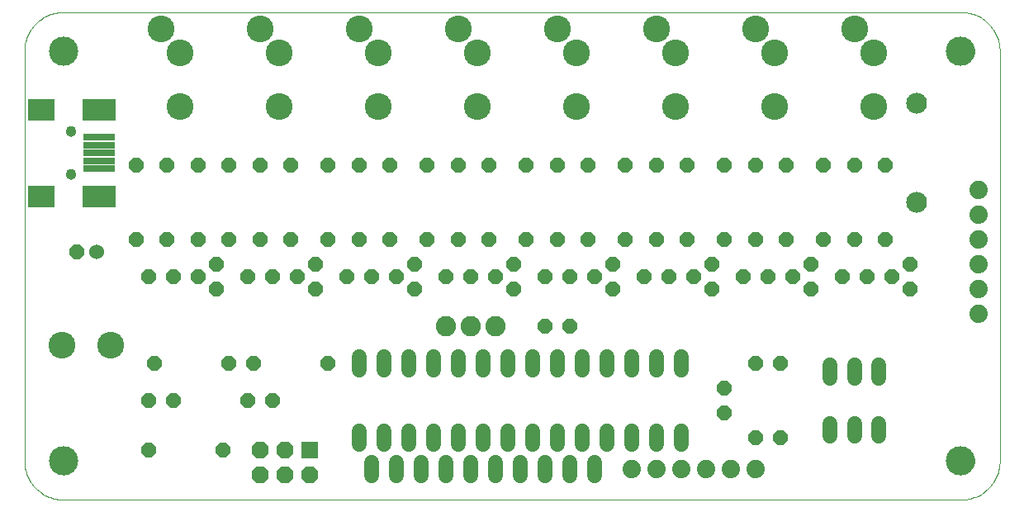
<source format=gts>
G75*
G70*
%OFA0B0*%
%FSLAX24Y24*%
%IPPOS*%
%LPD*%
%AMOC8*
5,1,8,0,0,1.08239X$1,22.5*
%
%ADD10C,0.0000*%
%ADD11C,0.1084*%
%ADD12OC8,0.0600*%
%ADD13C,0.1182*%
%ADD14C,0.0600*%
%ADD15C,0.0740*%
%ADD16C,0.0434*%
%ADD17R,0.1379X0.0867*%
%ADD18R,0.1064X0.0867*%
%ADD19R,0.1300X0.0277*%
%ADD20C,0.0600*%
%ADD21C,0.1080*%
%ADD22C,0.0820*%
%ADD23C,0.0840*%
%ADD24R,0.0680X0.0680*%
%ADD25OC8,0.0680*%
D10*
X002240Y000665D02*
X038460Y000665D01*
X037909Y002240D02*
X037911Y002287D01*
X037917Y002333D01*
X037927Y002379D01*
X037940Y002424D01*
X037958Y002467D01*
X037979Y002509D01*
X038003Y002549D01*
X038031Y002586D01*
X038062Y002621D01*
X038096Y002654D01*
X038132Y002683D01*
X038171Y002709D01*
X038212Y002732D01*
X038255Y002751D01*
X038299Y002767D01*
X038344Y002779D01*
X038390Y002787D01*
X038437Y002791D01*
X038483Y002791D01*
X038530Y002787D01*
X038576Y002779D01*
X038621Y002767D01*
X038665Y002751D01*
X038708Y002732D01*
X038749Y002709D01*
X038788Y002683D01*
X038824Y002654D01*
X038858Y002621D01*
X038889Y002586D01*
X038917Y002549D01*
X038941Y002509D01*
X038962Y002467D01*
X038980Y002424D01*
X038993Y002379D01*
X039003Y002333D01*
X039009Y002287D01*
X039011Y002240D01*
X039009Y002193D01*
X039003Y002147D01*
X038993Y002101D01*
X038980Y002056D01*
X038962Y002013D01*
X038941Y001971D01*
X038917Y001931D01*
X038889Y001894D01*
X038858Y001859D01*
X038824Y001826D01*
X038788Y001797D01*
X038749Y001771D01*
X038708Y001748D01*
X038665Y001729D01*
X038621Y001713D01*
X038576Y001701D01*
X038530Y001693D01*
X038483Y001689D01*
X038437Y001689D01*
X038390Y001693D01*
X038344Y001701D01*
X038299Y001713D01*
X038255Y001729D01*
X038212Y001748D01*
X038171Y001771D01*
X038132Y001797D01*
X038096Y001826D01*
X038062Y001859D01*
X038031Y001894D01*
X038003Y001931D01*
X037979Y001971D01*
X037958Y002013D01*
X037940Y002056D01*
X037927Y002101D01*
X037917Y002147D01*
X037911Y002193D01*
X037909Y002240D01*
X038460Y000665D02*
X038537Y000667D01*
X038614Y000673D01*
X038691Y000682D01*
X038767Y000695D01*
X038843Y000712D01*
X038917Y000733D01*
X038991Y000757D01*
X039063Y000785D01*
X039133Y000816D01*
X039202Y000851D01*
X039270Y000889D01*
X039335Y000930D01*
X039398Y000975D01*
X039459Y001023D01*
X039518Y001073D01*
X039574Y001126D01*
X039627Y001182D01*
X039677Y001241D01*
X039725Y001302D01*
X039770Y001365D01*
X039811Y001430D01*
X039849Y001498D01*
X039884Y001567D01*
X039915Y001637D01*
X039943Y001709D01*
X039967Y001783D01*
X039988Y001857D01*
X040005Y001933D01*
X040018Y002009D01*
X040027Y002086D01*
X040033Y002163D01*
X040035Y002240D01*
X040035Y018775D01*
X037909Y018775D02*
X037911Y018822D01*
X037917Y018868D01*
X037927Y018914D01*
X037940Y018959D01*
X037958Y019002D01*
X037979Y019044D01*
X038003Y019084D01*
X038031Y019121D01*
X038062Y019156D01*
X038096Y019189D01*
X038132Y019218D01*
X038171Y019244D01*
X038212Y019267D01*
X038255Y019286D01*
X038299Y019302D01*
X038344Y019314D01*
X038390Y019322D01*
X038437Y019326D01*
X038483Y019326D01*
X038530Y019322D01*
X038576Y019314D01*
X038621Y019302D01*
X038665Y019286D01*
X038708Y019267D01*
X038749Y019244D01*
X038788Y019218D01*
X038824Y019189D01*
X038858Y019156D01*
X038889Y019121D01*
X038917Y019084D01*
X038941Y019044D01*
X038962Y019002D01*
X038980Y018959D01*
X038993Y018914D01*
X039003Y018868D01*
X039009Y018822D01*
X039011Y018775D01*
X039009Y018728D01*
X039003Y018682D01*
X038993Y018636D01*
X038980Y018591D01*
X038962Y018548D01*
X038941Y018506D01*
X038917Y018466D01*
X038889Y018429D01*
X038858Y018394D01*
X038824Y018361D01*
X038788Y018332D01*
X038749Y018306D01*
X038708Y018283D01*
X038665Y018264D01*
X038621Y018248D01*
X038576Y018236D01*
X038530Y018228D01*
X038483Y018224D01*
X038437Y018224D01*
X038390Y018228D01*
X038344Y018236D01*
X038299Y018248D01*
X038255Y018264D01*
X038212Y018283D01*
X038171Y018306D01*
X038132Y018332D01*
X038096Y018361D01*
X038062Y018394D01*
X038031Y018429D01*
X038003Y018466D01*
X037979Y018506D01*
X037958Y018548D01*
X037940Y018591D01*
X037927Y018636D01*
X037917Y018682D01*
X037911Y018728D01*
X037909Y018775D01*
X038460Y020350D02*
X038537Y020348D01*
X038614Y020342D01*
X038691Y020333D01*
X038767Y020320D01*
X038843Y020303D01*
X038917Y020282D01*
X038991Y020258D01*
X039063Y020230D01*
X039133Y020199D01*
X039202Y020164D01*
X039270Y020126D01*
X039335Y020085D01*
X039398Y020040D01*
X039459Y019992D01*
X039518Y019942D01*
X039574Y019889D01*
X039627Y019833D01*
X039677Y019774D01*
X039725Y019713D01*
X039770Y019650D01*
X039811Y019585D01*
X039849Y019517D01*
X039884Y019448D01*
X039915Y019378D01*
X039943Y019306D01*
X039967Y019232D01*
X039988Y019158D01*
X040005Y019082D01*
X040018Y019006D01*
X040027Y018929D01*
X040033Y018852D01*
X040035Y018775D01*
X038460Y020350D02*
X002240Y020350D01*
X001689Y018775D02*
X001691Y018822D01*
X001697Y018868D01*
X001707Y018914D01*
X001720Y018959D01*
X001738Y019002D01*
X001759Y019044D01*
X001783Y019084D01*
X001811Y019121D01*
X001842Y019156D01*
X001876Y019189D01*
X001912Y019218D01*
X001951Y019244D01*
X001992Y019267D01*
X002035Y019286D01*
X002079Y019302D01*
X002124Y019314D01*
X002170Y019322D01*
X002217Y019326D01*
X002263Y019326D01*
X002310Y019322D01*
X002356Y019314D01*
X002401Y019302D01*
X002445Y019286D01*
X002488Y019267D01*
X002529Y019244D01*
X002568Y019218D01*
X002604Y019189D01*
X002638Y019156D01*
X002669Y019121D01*
X002697Y019084D01*
X002721Y019044D01*
X002742Y019002D01*
X002760Y018959D01*
X002773Y018914D01*
X002783Y018868D01*
X002789Y018822D01*
X002791Y018775D01*
X002789Y018728D01*
X002783Y018682D01*
X002773Y018636D01*
X002760Y018591D01*
X002742Y018548D01*
X002721Y018506D01*
X002697Y018466D01*
X002669Y018429D01*
X002638Y018394D01*
X002604Y018361D01*
X002568Y018332D01*
X002529Y018306D01*
X002488Y018283D01*
X002445Y018264D01*
X002401Y018248D01*
X002356Y018236D01*
X002310Y018228D01*
X002263Y018224D01*
X002217Y018224D01*
X002170Y018228D01*
X002124Y018236D01*
X002079Y018248D01*
X002035Y018264D01*
X001992Y018283D01*
X001951Y018306D01*
X001912Y018332D01*
X001876Y018361D01*
X001842Y018394D01*
X001811Y018429D01*
X001783Y018466D01*
X001759Y018506D01*
X001738Y018548D01*
X001720Y018591D01*
X001707Y018636D01*
X001697Y018682D01*
X001691Y018728D01*
X001689Y018775D01*
X000665Y018775D02*
X000667Y018852D01*
X000673Y018929D01*
X000682Y019006D01*
X000695Y019082D01*
X000712Y019158D01*
X000733Y019232D01*
X000757Y019306D01*
X000785Y019378D01*
X000816Y019448D01*
X000851Y019517D01*
X000889Y019585D01*
X000930Y019650D01*
X000975Y019713D01*
X001023Y019774D01*
X001073Y019833D01*
X001126Y019889D01*
X001182Y019942D01*
X001241Y019992D01*
X001302Y020040D01*
X001365Y020085D01*
X001430Y020126D01*
X001498Y020164D01*
X001567Y020199D01*
X001637Y020230D01*
X001709Y020258D01*
X001783Y020282D01*
X001857Y020303D01*
X001933Y020320D01*
X002009Y020333D01*
X002086Y020342D01*
X002163Y020348D01*
X002240Y020350D01*
X000665Y018775D02*
X000665Y002240D01*
X001689Y002240D02*
X001691Y002287D01*
X001697Y002333D01*
X001707Y002379D01*
X001720Y002424D01*
X001738Y002467D01*
X001759Y002509D01*
X001783Y002549D01*
X001811Y002586D01*
X001842Y002621D01*
X001876Y002654D01*
X001912Y002683D01*
X001951Y002709D01*
X001992Y002732D01*
X002035Y002751D01*
X002079Y002767D01*
X002124Y002779D01*
X002170Y002787D01*
X002217Y002791D01*
X002263Y002791D01*
X002310Y002787D01*
X002356Y002779D01*
X002401Y002767D01*
X002445Y002751D01*
X002488Y002732D01*
X002529Y002709D01*
X002568Y002683D01*
X002604Y002654D01*
X002638Y002621D01*
X002669Y002586D01*
X002697Y002549D01*
X002721Y002509D01*
X002742Y002467D01*
X002760Y002424D01*
X002773Y002379D01*
X002783Y002333D01*
X002789Y002287D01*
X002791Y002240D01*
X002789Y002193D01*
X002783Y002147D01*
X002773Y002101D01*
X002760Y002056D01*
X002742Y002013D01*
X002721Y001971D01*
X002697Y001931D01*
X002669Y001894D01*
X002638Y001859D01*
X002604Y001826D01*
X002568Y001797D01*
X002529Y001771D01*
X002488Y001748D01*
X002445Y001729D01*
X002401Y001713D01*
X002356Y001701D01*
X002310Y001693D01*
X002263Y001689D01*
X002217Y001689D01*
X002170Y001693D01*
X002124Y001701D01*
X002079Y001713D01*
X002035Y001729D01*
X001992Y001748D01*
X001951Y001771D01*
X001912Y001797D01*
X001876Y001826D01*
X001842Y001859D01*
X001811Y001894D01*
X001783Y001931D01*
X001759Y001971D01*
X001738Y002013D01*
X001720Y002056D01*
X001707Y002101D01*
X001697Y002147D01*
X001691Y002193D01*
X001689Y002240D01*
X000665Y002240D02*
X000667Y002163D01*
X000673Y002086D01*
X000682Y002009D01*
X000695Y001933D01*
X000712Y001857D01*
X000733Y001783D01*
X000757Y001709D01*
X000785Y001637D01*
X000816Y001567D01*
X000851Y001498D01*
X000889Y001430D01*
X000930Y001365D01*
X000975Y001302D01*
X001023Y001241D01*
X001073Y001182D01*
X001126Y001126D01*
X001182Y001073D01*
X001241Y001023D01*
X001302Y000975D01*
X001365Y000930D01*
X001430Y000889D01*
X001498Y000851D01*
X001567Y000816D01*
X001637Y000785D01*
X001709Y000757D01*
X001783Y000733D01*
X001857Y000712D01*
X001933Y000695D01*
X002009Y000682D01*
X002086Y000673D01*
X002163Y000667D01*
X002240Y000665D01*
X002355Y013799D02*
X002357Y013825D01*
X002363Y013851D01*
X002373Y013876D01*
X002386Y013899D01*
X002402Y013919D01*
X002422Y013937D01*
X002444Y013952D01*
X002467Y013964D01*
X002493Y013972D01*
X002519Y013976D01*
X002545Y013976D01*
X002571Y013972D01*
X002597Y013964D01*
X002621Y013952D01*
X002642Y013937D01*
X002662Y013919D01*
X002678Y013899D01*
X002691Y013876D01*
X002701Y013851D01*
X002707Y013825D01*
X002709Y013799D01*
X002707Y013773D01*
X002701Y013747D01*
X002691Y013722D01*
X002678Y013699D01*
X002662Y013679D01*
X002642Y013661D01*
X002620Y013646D01*
X002597Y013634D01*
X002571Y013626D01*
X002545Y013622D01*
X002519Y013622D01*
X002493Y013626D01*
X002467Y013634D01*
X002443Y013646D01*
X002422Y013661D01*
X002402Y013679D01*
X002386Y013699D01*
X002373Y013722D01*
X002363Y013747D01*
X002357Y013773D01*
X002355Y013799D01*
X002355Y015531D02*
X002357Y015557D01*
X002363Y015583D01*
X002373Y015608D01*
X002386Y015631D01*
X002402Y015651D01*
X002422Y015669D01*
X002444Y015684D01*
X002467Y015696D01*
X002493Y015704D01*
X002519Y015708D01*
X002545Y015708D01*
X002571Y015704D01*
X002597Y015696D01*
X002621Y015684D01*
X002642Y015669D01*
X002662Y015651D01*
X002678Y015631D01*
X002691Y015608D01*
X002701Y015583D01*
X002707Y015557D01*
X002709Y015531D01*
X002707Y015505D01*
X002701Y015479D01*
X002691Y015454D01*
X002678Y015431D01*
X002662Y015411D01*
X002642Y015393D01*
X002620Y015378D01*
X002597Y015366D01*
X002571Y015358D01*
X002545Y015354D01*
X002519Y015354D01*
X002493Y015358D01*
X002467Y015366D01*
X002443Y015378D01*
X002422Y015393D01*
X002402Y015411D01*
X002386Y015431D01*
X002373Y015454D01*
X002363Y015479D01*
X002357Y015505D01*
X002355Y015531D01*
D11*
X006953Y016555D03*
X006953Y018720D03*
X006165Y019665D03*
X010165Y019665D03*
X010953Y018720D03*
X014165Y019665D03*
X014953Y018720D03*
X018165Y019665D03*
X018953Y018720D03*
X022165Y019665D03*
X022953Y018720D03*
X026165Y019665D03*
X026953Y018720D03*
X030165Y019665D03*
X030953Y018720D03*
X034165Y019665D03*
X034953Y018720D03*
X034953Y016555D03*
X030953Y016555D03*
X026953Y016555D03*
X022953Y016555D03*
X018953Y016555D03*
X014953Y016555D03*
X010953Y016555D03*
D12*
X011415Y014165D03*
X010165Y014165D03*
X008915Y014165D03*
X007665Y014165D03*
X006415Y014165D03*
X005165Y014165D03*
X005165Y011165D03*
X006415Y011165D03*
X007665Y011165D03*
X008915Y011165D03*
X010165Y011165D03*
X011415Y011165D03*
X012915Y011165D03*
X014165Y011165D03*
X015415Y011165D03*
X016915Y011165D03*
X018165Y011165D03*
X019415Y011165D03*
X020915Y011165D03*
X022165Y011165D03*
X023415Y011165D03*
X024915Y011165D03*
X026165Y011165D03*
X027415Y011165D03*
X028915Y011165D03*
X030165Y011165D03*
X031415Y011165D03*
X032915Y011165D03*
X034165Y011165D03*
X035415Y011165D03*
X036415Y010165D03*
X035665Y009665D03*
X036415Y009165D03*
X034665Y009665D03*
X033665Y009665D03*
X032415Y009165D03*
X031665Y009665D03*
X032415Y010165D03*
X030665Y009665D03*
X029665Y009665D03*
X028415Y009165D03*
X027665Y009665D03*
X028415Y010165D03*
X026665Y009665D03*
X025665Y009665D03*
X024415Y009165D03*
X023665Y009665D03*
X024415Y010165D03*
X022665Y009665D03*
X021665Y009665D03*
X020415Y009165D03*
X019665Y009665D03*
X020415Y010165D03*
X018665Y009665D03*
X017665Y009665D03*
X016415Y009165D03*
X015665Y009665D03*
X016415Y010165D03*
X014665Y009665D03*
X013665Y009665D03*
X012415Y009165D03*
X011665Y009665D03*
X012415Y010165D03*
X010665Y009665D03*
X009665Y009665D03*
X008415Y009165D03*
X007665Y009665D03*
X008415Y010165D03*
X006665Y009665D03*
X005665Y009665D03*
X002765Y010665D03*
X005915Y006165D03*
X005665Y004665D03*
X006665Y004665D03*
X008915Y006165D03*
X009915Y006165D03*
X009665Y004665D03*
X010665Y004665D03*
X012915Y006165D03*
X008665Y002665D03*
X005665Y002665D03*
X021665Y007665D03*
X022665Y007665D03*
X028915Y005165D03*
X028915Y004165D03*
X030165Y003165D03*
X031165Y003165D03*
X031165Y006165D03*
X030165Y006165D03*
X030165Y014165D03*
X028915Y014165D03*
X027415Y014165D03*
X026165Y014165D03*
X024915Y014165D03*
X023415Y014165D03*
X022165Y014165D03*
X020915Y014165D03*
X019415Y014165D03*
X018165Y014165D03*
X016915Y014165D03*
X015415Y014165D03*
X014165Y014165D03*
X012915Y014165D03*
X031415Y014165D03*
X032915Y014165D03*
X034165Y014165D03*
X035415Y014165D03*
D13*
X038460Y018775D03*
X038460Y002240D03*
X002240Y002240D03*
X002240Y018775D03*
D14*
X014165Y006425D02*
X014165Y005905D01*
X015165Y005905D02*
X015165Y006425D01*
X016165Y006425D02*
X016165Y005905D01*
X017165Y005905D02*
X017165Y006425D01*
X018165Y006425D02*
X018165Y005905D01*
X019165Y005905D02*
X019165Y006425D01*
X020165Y006425D02*
X020165Y005905D01*
X021165Y005905D02*
X021165Y006425D01*
X022165Y006425D02*
X022165Y005905D01*
X023165Y005905D02*
X023165Y006425D01*
X024165Y006425D02*
X024165Y005905D01*
X025165Y005905D02*
X025165Y006425D01*
X026165Y006425D02*
X026165Y005905D01*
X027165Y005905D02*
X027165Y006425D01*
X027165Y003425D02*
X027165Y002905D01*
X026165Y002905D02*
X026165Y003425D01*
X025165Y003425D02*
X025165Y002905D01*
X024165Y002905D02*
X024165Y003425D01*
X023165Y003425D02*
X023165Y002905D01*
X022165Y002905D02*
X022165Y003425D01*
X021165Y003425D02*
X021165Y002905D01*
X020165Y002905D02*
X020165Y003425D01*
X019165Y003425D02*
X019165Y002905D01*
X018165Y002905D02*
X018165Y003425D01*
X017165Y003425D02*
X017165Y002905D01*
X016165Y002905D02*
X016165Y003425D01*
X015165Y003425D02*
X015165Y002905D01*
X014165Y002905D02*
X014165Y003425D01*
X014665Y002175D02*
X014665Y001655D01*
X015665Y001655D02*
X015665Y002175D01*
X016665Y002175D02*
X016665Y001655D01*
X017665Y001655D02*
X017665Y002175D01*
X018665Y002175D02*
X018665Y001655D01*
X019665Y001655D02*
X019665Y002175D01*
X020665Y002175D02*
X020665Y001655D01*
X021665Y001655D02*
X021665Y002175D01*
X022665Y002175D02*
X022665Y001655D01*
X023665Y001655D02*
X023665Y002175D01*
X033185Y003225D02*
X033185Y003745D01*
X034165Y003745D02*
X034165Y003225D01*
X035145Y003225D02*
X035145Y003745D01*
X035145Y005585D02*
X035145Y006105D01*
X034165Y006105D02*
X034165Y005585D01*
X033185Y005585D02*
X033185Y006105D01*
D15*
X039165Y008165D03*
X039165Y009165D03*
X039165Y010165D03*
X039165Y011165D03*
X039165Y012165D03*
X039165Y013165D03*
X030165Y001915D03*
X029165Y001915D03*
X028165Y001915D03*
X027165Y001915D03*
X026165Y001915D03*
X025165Y001915D03*
D16*
X002532Y013799D03*
X002532Y015531D03*
D17*
X003674Y016417D03*
X003674Y012913D03*
D18*
X001351Y012913D03*
X001351Y016417D03*
D19*
X003674Y015295D03*
X003674Y014980D03*
X003674Y014665D03*
X003674Y014350D03*
X003674Y014035D03*
D20*
X003565Y010665D03*
D21*
X004149Y006915D03*
X002181Y006915D03*
D22*
X017665Y007665D03*
X018665Y007665D03*
X019665Y007665D03*
D23*
X036665Y012665D03*
X036665Y016665D03*
D24*
X012165Y002665D03*
D25*
X011165Y002665D03*
X010165Y002665D03*
X010165Y001665D03*
X011165Y001665D03*
X012165Y001665D03*
M02*

</source>
